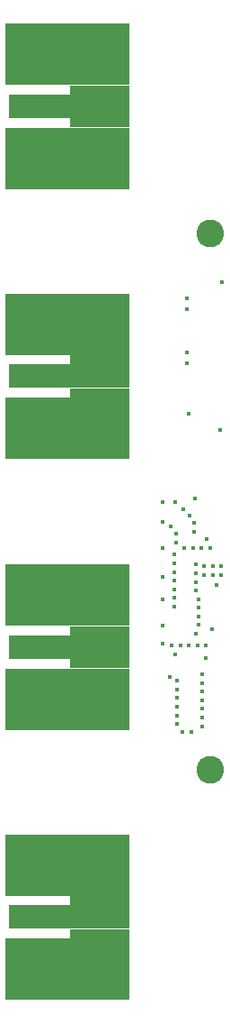
<source format=gbr>
%TF.GenerationSoftware,KiCad,Pcbnew,(6.0.4)*%
%TF.CreationDate,2023-05-27T01:07:02+09:00*%
%TF.ProjectId,Antenna,416e7465-6e6e-4612-9e6b-696361645f70,rev?*%
%TF.SameCoordinates,Original*%
%TF.FileFunction,Copper,L4,Bot*%
%TF.FilePolarity,Positive*%
%FSLAX46Y46*%
G04 Gerber Fmt 4.6, Leading zero omitted, Abs format (unit mm)*
G04 Created by KiCad (PCBNEW (6.0.4)) date 2023-05-27 01:07:02*
%MOMM*%
%LPD*%
G01*
G04 APERTURE LIST*
G04 Aperture macros list*
%AMFreePoly0*
4,1,5,2.875000,-5.850000,-2.875000,-5.850000,-2.875000,5.850000,2.875000,5.850000,2.875000,-5.850000,2.875000,-5.850000,$1*%
G04 Aperture macros list end*
%TA.AperFunction,ComponentPad*%
%ADD10C,2.600000*%
%TD*%
%TA.AperFunction,SMDPad,CuDef*%
%ADD11R,5.700000X0.900000*%
%TD*%
%TA.AperFunction,SMDPad,CuDef*%
%ADD12R,11.360000X2.200000*%
%TD*%
%TA.AperFunction,SMDPad,CuDef*%
%ADD13FreePoly0,90.000000*%
%TD*%
%TA.AperFunction,SMDPad,CuDef*%
%ADD14R,11.700000X5.750000*%
%TD*%
%TA.AperFunction,ViaPad*%
%ADD15C,0.450000*%
%TD*%
G04 APERTURE END LIST*
D10*
%TO.P,H2,1,1*%
%TO.N,GND*%
X134075000Y-65786000D03*
%TD*%
%TO.P,H1,1,1*%
%TO.N,GND*%
X134075000Y-116128800D03*
%TD*%
D11*
%TO.P,AE1,1,A*%
%TO.N,/receiver/RX*%
X123601651Y-77650000D03*
X123601651Y-80750000D03*
D12*
X120771651Y-53850000D03*
D13*
X120601651Y-125125000D03*
D12*
X120771651Y-104650000D03*
D14*
X120601651Y-84075000D03*
X120601651Y-74325000D03*
D12*
X120771651Y-130000000D03*
D13*
X120601651Y-58725000D03*
D12*
X120771651Y-79200000D03*
D11*
X123601651Y-52300000D03*
D14*
X120601651Y-109525000D03*
D11*
X123601651Y-128450000D03*
D14*
X120601651Y-134875000D03*
X120601651Y-48975000D03*
D11*
X123601651Y-106200000D03*
D14*
X120601651Y-99775000D03*
D11*
X123601651Y-131550000D03*
X123601651Y-55400000D03*
X123601651Y-103100000D03*
%TD*%
D15*
%TO.N,GND*%
X132613400Y-90652600D03*
X129600000Y-100200000D03*
X133680200Y-94488001D03*
X131851400Y-78003400D03*
X133476999Y-97053400D03*
X130911600Y-109423200D03*
X130911600Y-108610399D03*
X132918200Y-100939599D03*
X130657600Y-100025201D03*
X130911600Y-107797600D03*
X134620000Y-98831400D03*
X130403601Y-104521000D03*
X132257800Y-112649000D03*
X130657600Y-96774001D03*
X130352800Y-93294200D03*
X133248400Y-110439199D03*
X133248400Y-111251999D03*
X132918200Y-101752400D03*
X130708400Y-91059000D03*
X129600000Y-102650000D03*
X133248400Y-107188000D03*
X131597400Y-95300800D03*
X129589347Y-92885112D03*
X132029200Y-104521000D03*
X134188200Y-102997000D03*
X130657600Y-99212400D03*
X133477000Y-97866200D03*
X130657600Y-95961200D03*
X132064064Y-92313064D03*
X133248400Y-112064800D03*
X130657600Y-98399602D03*
X129600000Y-98025000D03*
X131850000Y-72925000D03*
X134035800Y-95300800D03*
X132918200Y-100126800D03*
X131851400Y-76978400D03*
X133248400Y-109626398D03*
X134289801Y-97866200D03*
X133654800Y-104521000D03*
X132689600Y-98526601D03*
X134950200Y-84226400D03*
X132842000Y-104521000D03*
X130835400Y-94005400D03*
X132562600Y-92964001D03*
X132410200Y-95300800D03*
X130911600Y-110235998D03*
X129600000Y-104300000D03*
X130657600Y-97586801D03*
X134289800Y-97053400D03*
X133248400Y-108000799D03*
X130911600Y-111048799D03*
X130657600Y-100838000D03*
X135102598Y-97053400D03*
X132918200Y-102565198D03*
X129600000Y-95325000D03*
X133222999Y-95300800D03*
X132664200Y-96901000D03*
X129590800Y-91059000D03*
X133248400Y-108813600D03*
X132003800Y-82727800D03*
X132562600Y-93776800D03*
X130835400Y-94843600D03*
X132689600Y-99339400D03*
X131850000Y-71900000D03*
X135102600Y-97866200D03*
X130911600Y-111861599D03*
X131216401Y-104521000D03*
X132689600Y-103378000D03*
X132689600Y-97713800D03*
X131489327Y-91738327D03*
X131445002Y-112649000D03*
%TO.N,/receiver/RX*%
X123300000Y-104650000D03*
X123300000Y-79200000D03*
X123300000Y-130000000D03*
X123300000Y-53850000D03*
%TO.N,/5VA*%
X130200000Y-107416600D03*
X133629400Y-105638600D03*
%TO.N,/~EN1*%
X130759200Y-105333800D03*
X135128000Y-70383400D03*
%TD*%
M02*

</source>
